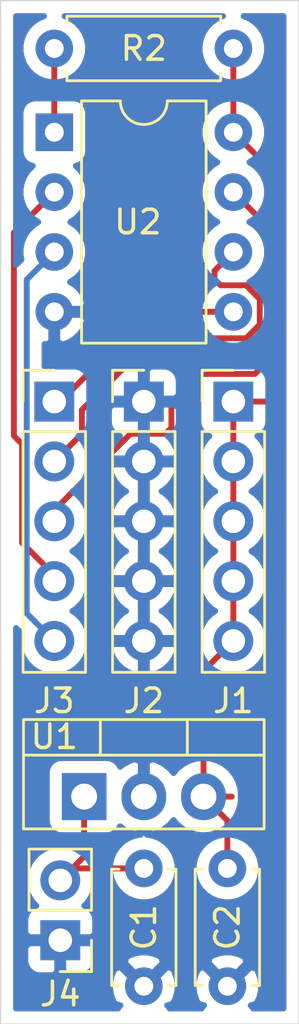
<source format=kicad_pcb>
(kicad_pcb (version 20171130) (host pcbnew 5.1.6+dfsg1-1)

  (general
    (thickness 1.6)
    (drawings 4)
    (tracks 53)
    (zones 0)
    (modules 9)
    (nets 10)
  )

  (page A4)
  (layers
    (0 F.Cu signal)
    (31 B.Cu signal)
    (32 B.Adhes user)
    (33 F.Adhes user)
    (34 B.Paste user)
    (35 F.Paste user)
    (36 B.SilkS user)
    (37 F.SilkS user)
    (38 B.Mask user)
    (39 F.Mask user)
    (40 Dwgs.User user)
    (41 Cmts.User user)
    (42 Eco1.User user)
    (43 Eco2.User user)
    (44 Edge.Cuts user)
    (45 Margin user)
    (46 B.CrtYd user)
    (47 F.CrtYd user)
    (48 B.Fab user)
    (49 F.Fab user)
  )

  (setup
    (last_trace_width 0.25)
    (trace_clearance 0.2)
    (zone_clearance 0.508)
    (zone_45_only no)
    (trace_min 0.2)
    (via_size 0.8)
    (via_drill 0.4)
    (via_min_size 0.508)
    (via_min_drill 0.254)
    (uvia_size 0.3)
    (uvia_drill 0.1)
    (uvias_allowed no)
    (uvia_min_size 0.2)
    (uvia_min_drill 0.1)
    (edge_width 0.05)
    (segment_width 0.2)
    (pcb_text_width 0.3)
    (pcb_text_size 1.5 1.5)
    (mod_edge_width 0.12)
    (mod_text_size 1 1)
    (mod_text_width 0.15)
    (pad_size 1.524 1.524)
    (pad_drill 0.762)
    (pad_to_mask_clearance 0.0508)
    (aux_axis_origin 0 0)
    (visible_elements FFFFFF7F)
    (pcbplotparams
      (layerselection 0x010fc_ffffffff)
      (usegerberextensions false)
      (usegerberattributes true)
      (usegerberadvancedattributes true)
      (creategerberjobfile true)
      (excludeedgelayer true)
      (linewidth 0.100000)
      (plotframeref false)
      (viasonmask false)
      (mode 1)
      (useauxorigin false)
      (hpglpennumber 1)
      (hpglpenspeed 20)
      (hpglpendiameter 15.000000)
      (psnegative false)
      (psa4output false)
      (plotreference true)
      (plotvalue true)
      (plotinvisibletext false)
      (padsonsilk false)
      (subtractmaskfromsilk false)
      (outputformat 1)
      (mirror false)
      (drillshape 1)
      (scaleselection 1)
      (outputdirectory ""))
  )

  (net 0 "")
  (net 1 VCC)
  (net 2 GND)
  (net 3 "Net-(C2-Pad1)")
  (net 4 "Net-(J3-Pad1)")
  (net 5 "Net-(J3-Pad2)")
  (net 6 "Net-(J3-Pad3)")
  (net 7 "Net-(J3-Pad4)")
  (net 8 "Net-(J3-Pad5)")
  (net 9 "Net-(R2-Pad2)")

  (net_class Default "This is the default net class."
    (clearance 0.2)
    (trace_width 0.25)
    (via_dia 0.8)
    (via_drill 0.4)
    (uvia_dia 0.3)
    (uvia_drill 0.1)
    (add_net GND)
    (add_net "Net-(C2-Pad1)")
    (add_net "Net-(J3-Pad1)")
    (add_net "Net-(J3-Pad2)")
    (add_net "Net-(J3-Pad3)")
    (add_net "Net-(J3-Pad4)")
    (add_net "Net-(J3-Pad5)")
    (add_net "Net-(R2-Pad2)")
    (add_net VCC)
  )

  (module Capacitor_THT:C_Disc_D4.7mm_W2.5mm_P5.00mm (layer F.Cu) (tedit 5AE50EF0) (tstamp 5ECF2234)
    (at 169.926 103.886 270)
    (descr "C, Disc series, Radial, pin pitch=5.00mm, , diameter*width=4.7*2.5mm^2, Capacitor, http://www.vishay.com/docs/45233/krseries.pdf")
    (tags "C Disc series Radial pin pitch 5.00mm  diameter 4.7mm width 2.5mm Capacitor")
    (path /5ECECADD)
    (fp_text reference C2 (at 2.5 0 90) (layer F.SilkS)
      (effects (font (size 1 1) (thickness 0.15)))
    )
    (fp_text value 0.1uF (at 2.286 -2.032 90) (layer F.Fab)
      (effects (font (size 1 1) (thickness 0.15)))
    )
    (fp_line (start 6.05 -1.5) (end -1.05 -1.5) (layer F.CrtYd) (width 0.05))
    (fp_line (start 6.05 1.5) (end 6.05 -1.5) (layer F.CrtYd) (width 0.05))
    (fp_line (start -1.05 1.5) (end 6.05 1.5) (layer F.CrtYd) (width 0.05))
    (fp_line (start -1.05 -1.5) (end -1.05 1.5) (layer F.CrtYd) (width 0.05))
    (fp_line (start 4.97 1.055) (end 4.97 1.37) (layer F.SilkS) (width 0.12))
    (fp_line (start 4.97 -1.37) (end 4.97 -1.055) (layer F.SilkS) (width 0.12))
    (fp_line (start 0.03 1.055) (end 0.03 1.37) (layer F.SilkS) (width 0.12))
    (fp_line (start 0.03 -1.37) (end 0.03 -1.055) (layer F.SilkS) (width 0.12))
    (fp_line (start 0.03 1.37) (end 4.97 1.37) (layer F.SilkS) (width 0.12))
    (fp_line (start 0.03 -1.37) (end 4.97 -1.37) (layer F.SilkS) (width 0.12))
    (fp_line (start 4.85 -1.25) (end 0.15 -1.25) (layer F.Fab) (width 0.1))
    (fp_line (start 4.85 1.25) (end 4.85 -1.25) (layer F.Fab) (width 0.1))
    (fp_line (start 0.15 1.25) (end 4.85 1.25) (layer F.Fab) (width 0.1))
    (fp_line (start 0.15 -1.25) (end 0.15 1.25) (layer F.Fab) (width 0.1))
    (fp_text user %R (at 2.5 0 90) (layer F.Fab)
      (effects (font (size 0.94 0.94) (thickness 0.141)))
    )
    (pad 2 thru_hole circle (at 5 0 270) (size 1.6 1.6) (drill 0.8) (layers *.Cu *.Mask)
      (net 2 GND))
    (pad 1 thru_hole circle (at 0 0 270) (size 1.6 1.6) (drill 0.8) (layers *.Cu *.Mask)
      (net 3 "Net-(C2-Pad1)"))
    (model ${KISYS3DMOD}/Capacitor_THT.3dshapes/C_Disc_D4.7mm_W2.5mm_P5.00mm.wrl
      (at (xyz 0 0 0))
      (scale (xyz 1 1 1))
      (rotate (xyz 0 0 0))
    )
  )

  (module Capacitor_THT:C_Disc_D4.7mm_W2.5mm_P5.00mm (layer F.Cu) (tedit 5AE50EF0) (tstamp 5ECF221F)
    (at 166.37 103.886 270)
    (descr "C, Disc series, Radial, pin pitch=5.00mm, , diameter*width=4.7*2.5mm^2, Capacitor, http://www.vishay.com/docs/45233/krseries.pdf")
    (tags "C Disc series Radial pin pitch 5.00mm  diameter 4.7mm width 2.5mm Capacitor")
    (path /5ECEC660)
    (fp_text reference C1 (at 2.5 0 90) (layer F.SilkS)
      (effects (font (size 1 1) (thickness 0.15)))
    )
    (fp_text value 0.33uF (at 2.286 -2.032 90) (layer F.Fab)
      (effects (font (size 1 1) (thickness 0.15)))
    )
    (fp_line (start 0.15 -1.25) (end 0.15 1.25) (layer F.Fab) (width 0.1))
    (fp_line (start 0.15 1.25) (end 4.85 1.25) (layer F.Fab) (width 0.1))
    (fp_line (start 4.85 1.25) (end 4.85 -1.25) (layer F.Fab) (width 0.1))
    (fp_line (start 4.85 -1.25) (end 0.15 -1.25) (layer F.Fab) (width 0.1))
    (fp_line (start 0.03 -1.37) (end 4.97 -1.37) (layer F.SilkS) (width 0.12))
    (fp_line (start 0.03 1.37) (end 4.97 1.37) (layer F.SilkS) (width 0.12))
    (fp_line (start 0.03 -1.37) (end 0.03 -1.055) (layer F.SilkS) (width 0.12))
    (fp_line (start 0.03 1.055) (end 0.03 1.37) (layer F.SilkS) (width 0.12))
    (fp_line (start 4.97 -1.37) (end 4.97 -1.055) (layer F.SilkS) (width 0.12))
    (fp_line (start 4.97 1.055) (end 4.97 1.37) (layer F.SilkS) (width 0.12))
    (fp_line (start -1.05 -1.5) (end -1.05 1.5) (layer F.CrtYd) (width 0.05))
    (fp_line (start -1.05 1.5) (end 6.05 1.5) (layer F.CrtYd) (width 0.05))
    (fp_line (start 6.05 1.5) (end 6.05 -1.5) (layer F.CrtYd) (width 0.05))
    (fp_line (start 6.05 -1.5) (end -1.05 -1.5) (layer F.CrtYd) (width 0.05))
    (fp_text user %R (at 2.5 0 90) (layer F.Fab)
      (effects (font (size 0.94 0.94) (thickness 0.141)))
    )
    (pad 1 thru_hole circle (at 0 0 270) (size 1.6 1.6) (drill 0.8) (layers *.Cu *.Mask)
      (net 1 VCC))
    (pad 2 thru_hole circle (at 5 0 270) (size 1.6 1.6) (drill 0.8) (layers *.Cu *.Mask)
      (net 2 GND))
    (model ${KISYS3DMOD}/Capacitor_THT.3dshapes/C_Disc_D4.7mm_W2.5mm_P5.00mm.wrl
      (at (xyz 0 0 0))
      (scale (xyz 1 1 1))
      (rotate (xyz 0 0 0))
    )
  )

  (module Connector_PinHeader_2.54mm:PinHeader_1x02_P2.54mm_Vertical (layer F.Cu) (tedit 59FED5CC) (tstamp 5ECF339B)
    (at 162.814 106.934 180)
    (descr "Through hole straight pin header, 1x02, 2.54mm pitch, single row")
    (tags "Through hole pin header THT 1x02 2.54mm single row")
    (path /5ED46EC3)
    (fp_text reference J4 (at 0 -2.286) (layer F.SilkS)
      (effects (font (size 1 1) (thickness 0.15)))
    )
    (fp_text value Power (at 0 4.87) (layer F.Fab)
      (effects (font (size 1 1) (thickness 0.15)))
    )
    (fp_line (start -0.635 -1.27) (end 1.27 -1.27) (layer F.Fab) (width 0.1))
    (fp_line (start 1.27 -1.27) (end 1.27 3.81) (layer F.Fab) (width 0.1))
    (fp_line (start 1.27 3.81) (end -1.27 3.81) (layer F.Fab) (width 0.1))
    (fp_line (start -1.27 3.81) (end -1.27 -0.635) (layer F.Fab) (width 0.1))
    (fp_line (start -1.27 -0.635) (end -0.635 -1.27) (layer F.Fab) (width 0.1))
    (fp_line (start -1.33 3.87) (end 1.33 3.87) (layer F.SilkS) (width 0.12))
    (fp_line (start -1.33 1.27) (end -1.33 3.87) (layer F.SilkS) (width 0.12))
    (fp_line (start 1.33 1.27) (end 1.33 3.87) (layer F.SilkS) (width 0.12))
    (fp_line (start -1.33 1.27) (end 1.33 1.27) (layer F.SilkS) (width 0.12))
    (fp_line (start -1.33 0) (end -1.33 -1.33) (layer F.SilkS) (width 0.12))
    (fp_line (start -1.33 -1.33) (end 0 -1.33) (layer F.SilkS) (width 0.12))
    (fp_line (start -1.8 -1.8) (end -1.8 4.35) (layer F.CrtYd) (width 0.05))
    (fp_line (start -1.8 4.35) (end 1.8 4.35) (layer F.CrtYd) (width 0.05))
    (fp_line (start 1.8 4.35) (end 1.8 -1.8) (layer F.CrtYd) (width 0.05))
    (fp_line (start 1.8 -1.8) (end -1.8 -1.8) (layer F.CrtYd) (width 0.05))
    (fp_text user %R (at 0 1.27 90) (layer F.Fab)
      (effects (font (size 1 1) (thickness 0.15)))
    )
    (pad 1 thru_hole rect (at 0 0 180) (size 1.7 1.7) (drill 1) (layers *.Cu *.Mask)
      (net 2 GND))
    (pad 2 thru_hole oval (at 0 2.54 180) (size 1.7 1.7) (drill 1) (layers *.Cu *.Mask)
      (net 1 VCC))
    (model ${KISYS3DMOD}/Connector_PinHeader_2.54mm.3dshapes/PinHeader_1x02_P2.54mm_Vertical.wrl
      (at (xyz 0 0 0))
      (scale (xyz 1 1 1))
      (rotate (xyz 0 0 0))
    )
  )

  (module Package_DIP:DIP-8_W7.62mm (layer F.Cu) (tedit 5A02E8C5) (tstamp 5ECF2314)
    (at 162.56 72.644)
    (descr "8-lead though-hole mounted DIP package, row spacing 7.62 mm (300 mils)")
    (tags "THT DIP DIL PDIP 2.54mm 7.62mm 300mil")
    (path /5ECEAEF4)
    (fp_text reference U2 (at 3.556 3.81) (layer F.SilkS)
      (effects (font (size 1 1) (thickness 0.15)))
    )
    (fp_text value ATtiny85-20PU (at 4.064 3.81 90) (layer F.Fab)
      (effects (font (size 1 1) (thickness 0.15)))
    )
    (fp_line (start 1.635 -1.27) (end 6.985 -1.27) (layer F.Fab) (width 0.1))
    (fp_line (start 6.985 -1.27) (end 6.985 8.89) (layer F.Fab) (width 0.1))
    (fp_line (start 6.985 8.89) (end 0.635 8.89) (layer F.Fab) (width 0.1))
    (fp_line (start 0.635 8.89) (end 0.635 -0.27) (layer F.Fab) (width 0.1))
    (fp_line (start 0.635 -0.27) (end 1.635 -1.27) (layer F.Fab) (width 0.1))
    (fp_line (start 2.81 -1.33) (end 1.16 -1.33) (layer F.SilkS) (width 0.12))
    (fp_line (start 1.16 -1.33) (end 1.16 8.95) (layer F.SilkS) (width 0.12))
    (fp_line (start 1.16 8.95) (end 6.46 8.95) (layer F.SilkS) (width 0.12))
    (fp_line (start 6.46 8.95) (end 6.46 -1.33) (layer F.SilkS) (width 0.12))
    (fp_line (start 6.46 -1.33) (end 4.81 -1.33) (layer F.SilkS) (width 0.12))
    (fp_line (start -1.1 -1.55) (end -1.1 9.15) (layer F.CrtYd) (width 0.05))
    (fp_line (start -1.1 9.15) (end 8.7 9.15) (layer F.CrtYd) (width 0.05))
    (fp_line (start 8.7 9.15) (end 8.7 -1.55) (layer F.CrtYd) (width 0.05))
    (fp_line (start 8.7 -1.55) (end -1.1 -1.55) (layer F.CrtYd) (width 0.05))
    (fp_arc (start 3.81 -1.33) (end 2.81 -1.33) (angle -180) (layer F.SilkS) (width 0.12))
    (pad 1 thru_hole rect (at 0 0) (size 1.6 1.6) (drill 0.8) (layers *.Cu *.Mask)
      (net 9 "Net-(R2-Pad2)"))
    (pad 5 thru_hole oval (at 7.62 7.62) (size 1.6 1.6) (drill 0.8) (layers *.Cu *.Mask)
      (net 4 "Net-(J3-Pad1)"))
    (pad 2 thru_hole oval (at 0 2.54) (size 1.6 1.6) (drill 0.8) (layers *.Cu *.Mask)
      (net 7 "Net-(J3-Pad4)"))
    (pad 6 thru_hole oval (at 7.62 5.08) (size 1.6 1.6) (drill 0.8) (layers *.Cu *.Mask)
      (net 5 "Net-(J3-Pad2)"))
    (pad 3 thru_hole oval (at 0 5.08) (size 1.6 1.6) (drill 0.8) (layers *.Cu *.Mask)
      (net 8 "Net-(J3-Pad5)"))
    (pad 7 thru_hole oval (at 7.62 2.54) (size 1.6 1.6) (drill 0.8) (layers *.Cu *.Mask)
      (net 6 "Net-(J3-Pad3)"))
    (pad 4 thru_hole oval (at 0 7.62) (size 1.6 1.6) (drill 0.8) (layers *.Cu *.Mask)
      (net 2 GND))
    (pad 8 thru_hole oval (at 7.62 0) (size 1.6 1.6) (drill 0.8) (layers *.Cu *.Mask)
      (net 3 "Net-(C2-Pad1)"))
    (model ${KISYS3DMOD}/Package_DIP.3dshapes/DIP-8_W7.62mm.wrl
      (at (xyz 0 0 0))
      (scale (xyz 1 1 1))
      (rotate (xyz 0 0 0))
    )
  )

  (module Package_TO_SOT_THT:TO-220-3_Vertical (layer F.Cu) (tedit 5AC8BA0D) (tstamp 5ECF22F8)
    (at 163.83 100.838)
    (descr "TO-220-3, Vertical, RM 2.54mm, see https://www.vishay.com/docs/66542/to-220-1.pdf")
    (tags "TO-220-3 Vertical RM 2.54mm")
    (path /5ECEA51E)
    (fp_text reference U1 (at -1.27 -2.54) (layer F.SilkS)
      (effects (font (size 1 1) (thickness 0.15)))
    )
    (fp_text value L7805 (at 2.286 -2.54) (layer F.Fab)
      (effects (font (size 1 1) (thickness 0.15)))
    )
    (fp_line (start -2.46 -3.15) (end -2.46 1.25) (layer F.Fab) (width 0.1))
    (fp_line (start -2.46 1.25) (end 7.54 1.25) (layer F.Fab) (width 0.1))
    (fp_line (start 7.54 1.25) (end 7.54 -3.15) (layer F.Fab) (width 0.1))
    (fp_line (start 7.54 -3.15) (end -2.46 -3.15) (layer F.Fab) (width 0.1))
    (fp_line (start -2.46 -1.88) (end 7.54 -1.88) (layer F.Fab) (width 0.1))
    (fp_line (start 0.69 -3.15) (end 0.69 -1.88) (layer F.Fab) (width 0.1))
    (fp_line (start 4.39 -3.15) (end 4.39 -1.88) (layer F.Fab) (width 0.1))
    (fp_line (start -2.58 -3.27) (end 7.66 -3.27) (layer F.SilkS) (width 0.12))
    (fp_line (start -2.58 1.371) (end 7.66 1.371) (layer F.SilkS) (width 0.12))
    (fp_line (start -2.58 -3.27) (end -2.58 1.371) (layer F.SilkS) (width 0.12))
    (fp_line (start 7.66 -3.27) (end 7.66 1.371) (layer F.SilkS) (width 0.12))
    (fp_line (start -2.58 -1.76) (end 7.66 -1.76) (layer F.SilkS) (width 0.12))
    (fp_line (start 0.69 -3.27) (end 0.69 -1.76) (layer F.SilkS) (width 0.12))
    (fp_line (start 4.391 -3.27) (end 4.391 -1.76) (layer F.SilkS) (width 0.12))
    (fp_line (start -2.71 -3.4) (end -2.71 1.51) (layer F.CrtYd) (width 0.05))
    (fp_line (start -2.71 1.51) (end 7.79 1.51) (layer F.CrtYd) (width 0.05))
    (fp_line (start 7.79 1.51) (end 7.79 -3.4) (layer F.CrtYd) (width 0.05))
    (fp_line (start 7.79 -3.4) (end -2.71 -3.4) (layer F.CrtYd) (width 0.05))
    (fp_text user %R (at 2.54 -4.27) (layer F.Fab)
      (effects (font (size 1 1) (thickness 0.15)))
    )
    (pad 1 thru_hole rect (at 0 0) (size 1.905 2) (drill 1.1) (layers *.Cu *.Mask)
      (net 1 VCC))
    (pad 2 thru_hole oval (at 2.54 0) (size 1.905 2) (drill 1.1) (layers *.Cu *.Mask)
      (net 2 GND))
    (pad 3 thru_hole oval (at 5.08 0) (size 1.905 2) (drill 1.1) (layers *.Cu *.Mask)
      (net 3 "Net-(C2-Pad1)"))
    (model ${KISYS3DMOD}/Package_TO_SOT_THT.3dshapes/TO-220-3_Vertical.wrl
      (at (xyz 0 0 0))
      (scale (xyz 1 1 1))
      (rotate (xyz 0 0 0))
    )
  )

  (module Connector_PinHeader_2.54mm:PinHeader_1x05_P2.54mm_Vertical (layer F.Cu) (tedit 59FED5CC) (tstamp 5ECF225F)
    (at 170.18 84.074)
    (descr "Through hole straight pin header, 1x05, 2.54mm pitch, single row")
    (tags "Through hole pin header THT 1x05 2.54mm single row")
    (path /5ED2BBB8)
    (fp_text reference J1 (at 0 12.7) (layer F.SilkS)
      (effects (font (size 1 1) (thickness 0.15)))
    )
    (fp_text value 5v (at 0 12.49) (layer F.Fab)
      (effects (font (size 1 1) (thickness 0.15)))
    )
    (fp_line (start -0.635 -1.27) (end 1.27 -1.27) (layer F.Fab) (width 0.1))
    (fp_line (start 1.27 -1.27) (end 1.27 11.43) (layer F.Fab) (width 0.1))
    (fp_line (start 1.27 11.43) (end -1.27 11.43) (layer F.Fab) (width 0.1))
    (fp_line (start -1.27 11.43) (end -1.27 -0.635) (layer F.Fab) (width 0.1))
    (fp_line (start -1.27 -0.635) (end -0.635 -1.27) (layer F.Fab) (width 0.1))
    (fp_line (start -1.33 11.49) (end 1.33 11.49) (layer F.SilkS) (width 0.12))
    (fp_line (start -1.33 1.27) (end -1.33 11.49) (layer F.SilkS) (width 0.12))
    (fp_line (start 1.33 1.27) (end 1.33 11.49) (layer F.SilkS) (width 0.12))
    (fp_line (start -1.33 1.27) (end 1.33 1.27) (layer F.SilkS) (width 0.12))
    (fp_line (start -1.33 0) (end -1.33 -1.33) (layer F.SilkS) (width 0.12))
    (fp_line (start -1.33 -1.33) (end 0 -1.33) (layer F.SilkS) (width 0.12))
    (fp_line (start -1.8 -1.8) (end -1.8 11.95) (layer F.CrtYd) (width 0.05))
    (fp_line (start -1.8 11.95) (end 1.8 11.95) (layer F.CrtYd) (width 0.05))
    (fp_line (start 1.8 11.95) (end 1.8 -1.8) (layer F.CrtYd) (width 0.05))
    (fp_line (start 1.8 -1.8) (end -1.8 -1.8) (layer F.CrtYd) (width 0.05))
    (fp_text user %R (at 0 5.08 90) (layer F.Fab)
      (effects (font (size 1 1) (thickness 0.15)))
    )
    (pad 1 thru_hole rect (at 0 0) (size 1.7 1.7) (drill 1) (layers *.Cu *.Mask)
      (net 3 "Net-(C2-Pad1)"))
    (pad 2 thru_hole oval (at 0 2.54) (size 1.7 1.7) (drill 1) (layers *.Cu *.Mask)
      (net 3 "Net-(C2-Pad1)"))
    (pad 3 thru_hole oval (at 0 5.08) (size 1.7 1.7) (drill 1) (layers *.Cu *.Mask)
      (net 3 "Net-(C2-Pad1)"))
    (pad 4 thru_hole oval (at 0 7.62) (size 1.7 1.7) (drill 1) (layers *.Cu *.Mask)
      (net 3 "Net-(C2-Pad1)"))
    (pad 5 thru_hole oval (at 0 10.16) (size 1.7 1.7) (drill 1) (layers *.Cu *.Mask)
      (net 3 "Net-(C2-Pad1)"))
    (model ${KISYS3DMOD}/Connector_PinHeader_2.54mm.3dshapes/PinHeader_1x05_P2.54mm_Vertical.wrl
      (at (xyz 0 0 0))
      (scale (xyz 1 1 1))
      (rotate (xyz 0 0 0))
    )
  )

  (module Connector_PinHeader_2.54mm:PinHeader_1x05_P2.54mm_Vertical (layer F.Cu) (tedit 59FED5CC) (tstamp 5ECF2278)
    (at 166.37 84.074)
    (descr "Through hole straight pin header, 1x05, 2.54mm pitch, single row")
    (tags "Through hole pin header THT 1x05 2.54mm single row")
    (path /5ED27EBA)
    (fp_text reference J2 (at 0 12.7) (layer F.SilkS)
      (effects (font (size 1 1) (thickness 0.15)))
    )
    (fp_text value GND (at 0 12.49) (layer F.Fab)
      (effects (font (size 1 1) (thickness 0.15)))
    )
    (fp_line (start 1.8 -1.8) (end -1.8 -1.8) (layer F.CrtYd) (width 0.05))
    (fp_line (start 1.8 11.95) (end 1.8 -1.8) (layer F.CrtYd) (width 0.05))
    (fp_line (start -1.8 11.95) (end 1.8 11.95) (layer F.CrtYd) (width 0.05))
    (fp_line (start -1.8 -1.8) (end -1.8 11.95) (layer F.CrtYd) (width 0.05))
    (fp_line (start -1.33 -1.33) (end 0 -1.33) (layer F.SilkS) (width 0.12))
    (fp_line (start -1.33 0) (end -1.33 -1.33) (layer F.SilkS) (width 0.12))
    (fp_line (start -1.33 1.27) (end 1.33 1.27) (layer F.SilkS) (width 0.12))
    (fp_line (start 1.33 1.27) (end 1.33 11.49) (layer F.SilkS) (width 0.12))
    (fp_line (start -1.33 1.27) (end -1.33 11.49) (layer F.SilkS) (width 0.12))
    (fp_line (start -1.33 11.49) (end 1.33 11.49) (layer F.SilkS) (width 0.12))
    (fp_line (start -1.27 -0.635) (end -0.635 -1.27) (layer F.Fab) (width 0.1))
    (fp_line (start -1.27 11.43) (end -1.27 -0.635) (layer F.Fab) (width 0.1))
    (fp_line (start 1.27 11.43) (end -1.27 11.43) (layer F.Fab) (width 0.1))
    (fp_line (start 1.27 -1.27) (end 1.27 11.43) (layer F.Fab) (width 0.1))
    (fp_line (start -0.635 -1.27) (end 1.27 -1.27) (layer F.Fab) (width 0.1))
    (fp_text user %R (at 0 5.08 90) (layer F.Fab)
      (effects (font (size 1 1) (thickness 0.15)))
    )
    (pad 5 thru_hole oval (at 0 10.16) (size 1.7 1.7) (drill 1) (layers *.Cu *.Mask)
      (net 2 GND))
    (pad 4 thru_hole oval (at 0 7.62) (size 1.7 1.7) (drill 1) (layers *.Cu *.Mask)
      (net 2 GND))
    (pad 3 thru_hole oval (at 0 5.08) (size 1.7 1.7) (drill 1) (layers *.Cu *.Mask)
      (net 2 GND))
    (pad 2 thru_hole oval (at 0 2.54) (size 1.7 1.7) (drill 1) (layers *.Cu *.Mask)
      (net 2 GND))
    (pad 1 thru_hole rect (at 0 0) (size 1.7 1.7) (drill 1) (layers *.Cu *.Mask)
      (net 2 GND))
    (model ${KISYS3DMOD}/Connector_PinHeader_2.54mm.3dshapes/PinHeader_1x05_P2.54mm_Vertical.wrl
      (at (xyz 0 0 0))
      (scale (xyz 1 1 1))
      (rotate (xyz 0 0 0))
    )
  )

  (module Connector_PinHeader_2.54mm:PinHeader_1x05_P2.54mm_Vertical (layer F.Cu) (tedit 59FED5CC) (tstamp 5ECF2291)
    (at 162.56 84.074)
    (descr "Through hole straight pin header, 1x05, 2.54mm pitch, single row")
    (tags "Through hole pin header THT 1x05 2.54mm single row")
    (path /5ED0B265)
    (fp_text reference J3 (at 0 12.7) (layer F.SilkS)
      (effects (font (size 1 1) (thickness 0.15)))
    )
    (fp_text value GPIO (at 0 12.49) (layer F.Fab)
      (effects (font (size 1 1) (thickness 0.15)))
    )
    (fp_line (start -0.635 -1.27) (end 1.27 -1.27) (layer F.Fab) (width 0.1))
    (fp_line (start 1.27 -1.27) (end 1.27 11.43) (layer F.Fab) (width 0.1))
    (fp_line (start 1.27 11.43) (end -1.27 11.43) (layer F.Fab) (width 0.1))
    (fp_line (start -1.27 11.43) (end -1.27 -0.635) (layer F.Fab) (width 0.1))
    (fp_line (start -1.27 -0.635) (end -0.635 -1.27) (layer F.Fab) (width 0.1))
    (fp_line (start -1.33 11.49) (end 1.33 11.49) (layer F.SilkS) (width 0.12))
    (fp_line (start -1.33 1.27) (end -1.33 11.49) (layer F.SilkS) (width 0.12))
    (fp_line (start 1.33 1.27) (end 1.33 11.49) (layer F.SilkS) (width 0.12))
    (fp_line (start -1.33 1.27) (end 1.33 1.27) (layer F.SilkS) (width 0.12))
    (fp_line (start -1.33 0) (end -1.33 -1.33) (layer F.SilkS) (width 0.12))
    (fp_line (start -1.33 -1.33) (end 0 -1.33) (layer F.SilkS) (width 0.12))
    (fp_line (start -1.8 -1.8) (end -1.8 11.95) (layer F.CrtYd) (width 0.05))
    (fp_line (start -1.8 11.95) (end 1.8 11.95) (layer F.CrtYd) (width 0.05))
    (fp_line (start 1.8 11.95) (end 1.8 -1.8) (layer F.CrtYd) (width 0.05))
    (fp_line (start 1.8 -1.8) (end -1.8 -1.8) (layer F.CrtYd) (width 0.05))
    (fp_text user %R (at 0 5.08 90) (layer F.Fab)
      (effects (font (size 1 1) (thickness 0.15)))
    )
    (pad 1 thru_hole rect (at 0 0) (size 1.7 1.7) (drill 1) (layers *.Cu *.Mask)
      (net 4 "Net-(J3-Pad1)"))
    (pad 2 thru_hole oval (at 0 2.54) (size 1.7 1.7) (drill 1) (layers *.Cu *.Mask)
      (net 5 "Net-(J3-Pad2)"))
    (pad 3 thru_hole oval (at 0 5.08) (size 1.7 1.7) (drill 1) (layers *.Cu *.Mask)
      (net 6 "Net-(J3-Pad3)"))
    (pad 4 thru_hole oval (at 0 7.62) (size 1.7 1.7) (drill 1) (layers *.Cu *.Mask)
      (net 7 "Net-(J3-Pad4)"))
    (pad 5 thru_hole oval (at 0 10.16) (size 1.7 1.7) (drill 1) (layers *.Cu *.Mask)
      (net 8 "Net-(J3-Pad5)"))
    (model ${KISYS3DMOD}/Connector_PinHeader_2.54mm.3dshapes/PinHeader_1x05_P2.54mm_Vertical.wrl
      (at (xyz 0 0 0))
      (scale (xyz 1 1 1))
      (rotate (xyz 0 0 0))
    )
  )

  (module Resistor_THT:R_Axial_DIN0207_L6.3mm_D2.5mm_P7.62mm_Horizontal (layer F.Cu) (tedit 5AE5139B) (tstamp 5ECF22BF)
    (at 170.18 69.088 180)
    (descr "Resistor, Axial_DIN0207 series, Axial, Horizontal, pin pitch=7.62mm, 0.25W = 1/4W, length*diameter=6.3*2.5mm^2, http://cdn-reichelt.de/documents/datenblatt/B400/1_4W%23YAG.pdf")
    (tags "Resistor Axial_DIN0207 series Axial Horizontal pin pitch 7.62mm 0.25W = 1/4W length 6.3mm diameter 2.5mm")
    (path /5ECED0A5)
    (fp_text reference R2 (at 3.81 0) (layer F.SilkS)
      (effects (font (size 1 1) (thickness 0.15)))
    )
    (fp_text value 10K (at 2.794 0) (layer F.Fab)
      (effects (font (size 1 1) (thickness 0.15)))
    )
    (fp_line (start 0.66 -1.25) (end 0.66 1.25) (layer F.Fab) (width 0.1))
    (fp_line (start 0.66 1.25) (end 6.96 1.25) (layer F.Fab) (width 0.1))
    (fp_line (start 6.96 1.25) (end 6.96 -1.25) (layer F.Fab) (width 0.1))
    (fp_line (start 6.96 -1.25) (end 0.66 -1.25) (layer F.Fab) (width 0.1))
    (fp_line (start 0 0) (end 0.66 0) (layer F.Fab) (width 0.1))
    (fp_line (start 7.62 0) (end 6.96 0) (layer F.Fab) (width 0.1))
    (fp_line (start 0.54 -1.04) (end 0.54 -1.37) (layer F.SilkS) (width 0.12))
    (fp_line (start 0.54 -1.37) (end 7.08 -1.37) (layer F.SilkS) (width 0.12))
    (fp_line (start 7.08 -1.37) (end 7.08 -1.04) (layer F.SilkS) (width 0.12))
    (fp_line (start 0.54 1.04) (end 0.54 1.37) (layer F.SilkS) (width 0.12))
    (fp_line (start 0.54 1.37) (end 7.08 1.37) (layer F.SilkS) (width 0.12))
    (fp_line (start 7.08 1.37) (end 7.08 1.04) (layer F.SilkS) (width 0.12))
    (fp_line (start -1.05 -1.5) (end -1.05 1.5) (layer F.CrtYd) (width 0.05))
    (fp_line (start -1.05 1.5) (end 8.67 1.5) (layer F.CrtYd) (width 0.05))
    (fp_line (start 8.67 1.5) (end 8.67 -1.5) (layer F.CrtYd) (width 0.05))
    (fp_line (start 8.67 -1.5) (end -1.05 -1.5) (layer F.CrtYd) (width 0.05))
    (fp_text user %R (at 5.334 0 180) (layer F.Fab)
      (effects (font (size 1 1) (thickness 0.15)))
    )
    (pad 1 thru_hole circle (at 0 0 180) (size 1.6 1.6) (drill 0.8) (layers *.Cu *.Mask)
      (net 3 "Net-(C2-Pad1)"))
    (pad 2 thru_hole oval (at 7.62 0 180) (size 1.6 1.6) (drill 0.8) (layers *.Cu *.Mask)
      (net 9 "Net-(R2-Pad2)"))
    (model ${KISYS3DMOD}/Resistor_THT.3dshapes/R_Axial_DIN0207_L6.3mm_D2.5mm_P7.62mm_Horizontal.wrl
      (at (xyz 0 0 0))
      (scale (xyz 1 1 1))
      (rotate (xyz 0 0 0))
    )
  )

  (gr_line (start 160.274 110.49) (end 160.274 67.056) (layer Edge.Cuts) (width 0.05) (tstamp 5ECFE137))
  (gr_line (start 172.974 110.49) (end 160.274 110.49) (layer Edge.Cuts) (width 0.05))
  (gr_line (start 172.974 67.056) (end 172.974 110.49) (layer Edge.Cuts) (width 0.05))
  (gr_line (start 160.274 67.056) (end 172.974 67.056) (layer Edge.Cuts) (width 0.05))

  (segment (start 163.18337 104.394) (end 162.814 104.394) (width 0.25) (layer F.Cu) (net 1))
  (segment (start 163.83 103.378) (end 162.814 104.394) (width 0.25) (layer F.Cu) (net 1))
  (segment (start 163.83 100.838) (end 163.83 103.378) (width 0.25) (layer F.Cu) (net 1))
  (segment (start 163.322 103.886) (end 162.814 104.394) (width 0.25) (layer F.Cu) (net 1))
  (segment (start 166.37 103.886) (end 163.322 103.886) (width 0.25) (layer F.Cu) (net 1))
  (segment (start 170.18 69.088) (end 170.18 72.644) (width 0.25) (layer F.Cu) (net 3))
  (segment (start 169.926 101.854) (end 168.91 100.838) (width 0.25) (layer F.Cu) (net 3))
  (segment (start 169.926 103.886) (end 169.926 101.854) (width 0.25) (layer F.Cu) (net 3))
  (segment (start 170.979999 73.443999) (end 170.18 72.644) (width 0.25) (layer F.Cu) (net 3))
  (segment (start 172.205023 74.669023) (end 170.979999 73.443999) (width 0.25) (layer F.Cu) (net 3))
  (segment (start 168.91 100.838) (end 170.1125 100.838) (width 0.25) (layer F.Cu) (net 3))
  (segment (start 168.91 95.504) (end 170.18 94.234) (width 0.25) (layer F.Cu) (net 3))
  (segment (start 168.91 100.838) (end 168.91 95.504) (width 0.25) (layer F.Cu) (net 3))
  (segment (start 170.18 94.234) (end 170.18 91.694) (width 0.25) (layer F.Cu) (net 3))
  (segment (start 170.18 91.694) (end 170.18 89.154) (width 0.25) (layer F.Cu) (net 3))
  (segment (start 170.18 84.074) (end 170.18 86.614) (width 0.25) (layer F.Cu) (net 3))
  (segment (start 170.18 89.154) (end 170.18 86.614) (width 0.25) (layer F.Cu) (net 3))
  (segment (start 171.704 84.074) (end 172.205023 83.572977) (width 0.25) (layer F.Cu) (net 3))
  (segment (start 170.18 84.074) (end 171.704 84.074) (width 0.25) (layer F.Cu) (net 3))
  (segment (start 172.205023 83.572977) (end 172.205023 74.669023) (width 0.25) (layer F.Cu) (net 3))
  (segment (start 166.624 80.264) (end 162.814 84.074) (width 0.25) (layer F.Cu) (net 4))
  (segment (start 170.18 80.264) (end 166.624 80.264) (width 0.25) (layer F.Cu) (net 4))
  (segment (start 170.720001 81.389001) (end 166.769997 81.389001) (width 0.25) (layer F.Cu) (net 5))
  (segment (start 171.305001 80.804001) (end 170.720001 81.389001) (width 0.25) (layer F.Cu) (net 5))
  (segment (start 171.305001 79.723999) (end 171.305001 80.804001) (width 0.25) (layer F.Cu) (net 5))
  (segment (start 170.720001 79.138999) (end 171.305001 79.723999) (width 0.25) (layer F.Cu) (net 5))
  (segment (start 169.639999 79.138999) (end 170.720001 79.138999) (width 0.25) (layer F.Cu) (net 5))
  (segment (start 169.380001 78.523999) (end 169.380001 78.879001) (width 0.25) (layer F.Cu) (net 5))
  (segment (start 170.18 77.724) (end 169.380001 78.523999) (width 0.25) (layer F.Cu) (net 5))
  (segment (start 163.735001 84.423997) (end 163.735001 85.438999) (width 0.25) (layer F.Cu) (net 5))
  (segment (start 166.769997 81.389001) (end 163.735001 84.423997) (width 0.25) (layer F.Cu) (net 5))
  (segment (start 169.380001 78.879001) (end 169.639999 79.138999) (width 0.25) (layer F.Cu) (net 5))
  (segment (start 163.735001 85.438999) (end 162.56 86.614) (width 0.25) (layer F.Cu) (net 5))
  (segment (start 171.755012 76.759012) (end 171.755012 82.244988) (width 0.25) (layer F.Cu) (net 6))
  (segment (start 168.815999 82.898999) (end 167.545001 84.169997) (width 0.25) (layer F.Cu) (net 6))
  (segment (start 170.18 75.184) (end 171.755012 76.759012) (width 0.25) (layer F.Cu) (net 6))
  (segment (start 167.545001 84.169997) (end 167.545001 85.184001) (width 0.25) (layer F.Cu) (net 6))
  (segment (start 165.805999 85.438999) (end 162.814 88.430998) (width 0.25) (layer F.Cu) (net 6))
  (segment (start 167.545001 85.184001) (end 167.290003 85.438999) (width 0.25) (layer F.Cu) (net 6))
  (segment (start 167.290003 85.438999) (end 165.805999 85.438999) (width 0.25) (layer F.Cu) (net 6))
  (segment (start 171.101001 82.898999) (end 168.815999 82.898999) (width 0.25) (layer F.Cu) (net 6))
  (segment (start 171.755012 82.244988) (end 171.101001 82.898999) (width 0.25) (layer F.Cu) (net 6))
  (segment (start 162.814 88.430998) (end 162.814 89.154) (width 0.25) (layer F.Cu) (net 6))
  (segment (start 161.188988 90.068988) (end 161.964001 90.844001) (width 0.25) (layer F.Cu) (net 7))
  (segment (start 162.56 75.184) (end 160.839989 76.904011) (width 0.25) (layer F.Cu) (net 7))
  (segment (start 160.839989 76.904011) (end 160.839989 85.5304) (width 0.25) (layer F.Cu) (net 7))
  (segment (start 160.839989 85.5304) (end 161.188988 85.879399) (width 0.25) (layer F.Cu) (net 7))
  (segment (start 161.188988 85.879399) (end 161.188988 90.068988) (width 0.25) (layer F.Cu) (net 7))
  (segment (start 161.964001 90.844001) (end 162.814 91.694) (width 0.25) (layer F.Cu) (net 7))
  (segment (start 161.384999 93.058999) (end 162.56 94.234) (width 0.25) (layer B.Cu) (net 8))
  (segment (start 161.384999 78.899001) (end 161.384999 93.058999) (width 0.25) (layer B.Cu) (net 8))
  (segment (start 162.56 77.724) (end 161.384999 78.899001) (width 0.25) (layer B.Cu) (net 8))
  (segment (start 162.56 72.644) (end 162.56 69.088) (width 0.25) (layer F.Cu) (net 9))

  (zone (net 2) (net_name GND) (layer B.Cu) (tstamp 5ECFE482) (hatch edge 0.508)
    (connect_pads (clearance 0.508))
    (min_thickness 0.254)
    (fill yes (arc_segments 32) (thermal_gap 0.508) (thermal_bridge_width 0.508))
    (polygon
      (pts
        (xy 172.974 110.49) (xy 160.528 110.49) (xy 160.274 67.056) (xy 172.974 67.056)
      )
    )
    (filled_polygon
      (pts
        (xy 161.880273 67.81632) (xy 161.645241 67.973363) (xy 161.445363 68.173241) (xy 161.28832 68.408273) (xy 161.180147 68.669426)
        (xy 161.125 68.946665) (xy 161.125 69.229335) (xy 161.180147 69.506574) (xy 161.28832 69.767727) (xy 161.445363 70.002759)
        (xy 161.645241 70.202637) (xy 161.880273 70.35968) (xy 162.141426 70.467853) (xy 162.418665 70.523) (xy 162.701335 70.523)
        (xy 162.978574 70.467853) (xy 163.239727 70.35968) (xy 163.474759 70.202637) (xy 163.674637 70.002759) (xy 163.83168 69.767727)
        (xy 163.939853 69.506574) (xy 163.995 69.229335) (xy 163.995 68.946665) (xy 163.939853 68.669426) (xy 163.83168 68.408273)
        (xy 163.674637 68.173241) (xy 163.474759 67.973363) (xy 163.239727 67.81632) (xy 162.997533 67.716) (xy 169.742467 67.716)
        (xy 169.500273 67.81632) (xy 169.265241 67.973363) (xy 169.065363 68.173241) (xy 168.90832 68.408273) (xy 168.800147 68.669426)
        (xy 168.745 68.946665) (xy 168.745 69.229335) (xy 168.800147 69.506574) (xy 168.90832 69.767727) (xy 169.065363 70.002759)
        (xy 169.265241 70.202637) (xy 169.500273 70.35968) (xy 169.761426 70.467853) (xy 170.038665 70.523) (xy 170.321335 70.523)
        (xy 170.598574 70.467853) (xy 170.859727 70.35968) (xy 171.094759 70.202637) (xy 171.294637 70.002759) (xy 171.45168 69.767727)
        (xy 171.559853 69.506574) (xy 171.615 69.229335) (xy 171.615 68.946665) (xy 171.559853 68.669426) (xy 171.45168 68.408273)
        (xy 171.294637 68.173241) (xy 171.094759 67.973363) (xy 170.859727 67.81632) (xy 170.617533 67.716) (xy 172.314 67.716)
        (xy 172.314001 109.83) (xy 171.020347 109.83) (xy 171.034977 109.81537) (xy 170.918704 109.699097) (xy 171.162671 109.627514)
        (xy 171.283571 109.372004) (xy 171.3523 109.097816) (xy 171.366217 108.815488) (xy 171.324787 108.53587) (xy 171.229603 108.269708)
        (xy 171.162671 108.144486) (xy 170.918702 108.072903) (xy 170.105605 108.886) (xy 170.119748 108.900143) (xy 169.940143 109.079748)
        (xy 169.926 109.065605) (xy 169.911858 109.079748) (xy 169.732253 108.900143) (xy 169.746395 108.886) (xy 168.933298 108.072903)
        (xy 168.689329 108.144486) (xy 168.568429 108.399996) (xy 168.4997 108.674184) (xy 168.485783 108.956512) (xy 168.527213 109.23613)
        (xy 168.622397 109.502292) (xy 168.689329 109.627514) (xy 168.933296 109.699097) (xy 168.817023 109.81537) (xy 168.831653 109.83)
        (xy 167.464347 109.83) (xy 167.478977 109.81537) (xy 167.362704 109.699097) (xy 167.606671 109.627514) (xy 167.727571 109.372004)
        (xy 167.7963 109.097816) (xy 167.810217 108.815488) (xy 167.768787 108.53587) (xy 167.673603 108.269708) (xy 167.606671 108.144486)
        (xy 167.362702 108.072903) (xy 166.549605 108.886) (xy 166.563748 108.900143) (xy 166.384143 109.079748) (xy 166.37 109.065605)
        (xy 166.355858 109.079748) (xy 166.176253 108.900143) (xy 166.190395 108.886) (xy 165.377298 108.072903) (xy 165.133329 108.144486)
        (xy 165.012429 108.399996) (xy 164.9437 108.674184) (xy 164.929783 108.956512) (xy 164.971213 109.23613) (xy 165.066397 109.502292)
        (xy 165.133329 109.627514) (xy 165.377296 109.699097) (xy 165.261023 109.81537) (xy 165.275653 109.83) (xy 160.934 109.83)
        (xy 160.934 107.784) (xy 161.325928 107.784) (xy 161.338188 107.908482) (xy 161.374498 108.02818) (xy 161.433463 108.138494)
        (xy 161.512815 108.235185) (xy 161.609506 108.314537) (xy 161.71982 108.373502) (xy 161.839518 108.409812) (xy 161.964 108.422072)
        (xy 162.52825 108.419) (xy 162.687 108.26025) (xy 162.687 107.061) (xy 162.941 107.061) (xy 162.941 108.26025)
        (xy 163.09975 108.419) (xy 163.664 108.422072) (xy 163.788482 108.409812) (xy 163.90818 108.373502) (xy 164.018494 108.314537)
        (xy 164.115185 108.235185) (xy 164.194537 108.138494) (xy 164.253502 108.02818) (xy 164.289812 107.908482) (xy 164.291307 107.893298)
        (xy 165.556903 107.893298) (xy 166.37 108.706395) (xy 167.183097 107.893298) (xy 169.112903 107.893298) (xy 169.926 108.706395)
        (xy 170.739097 107.893298) (xy 170.667514 107.649329) (xy 170.412004 107.528429) (xy 170.137816 107.4597) (xy 169.855488 107.445783)
        (xy 169.57587 107.487213) (xy 169.309708 107.582397) (xy 169.184486 107.649329) (xy 169.112903 107.893298) (xy 167.183097 107.893298)
        (xy 167.111514 107.649329) (xy 166.856004 107.528429) (xy 166.581816 107.4597) (xy 166.299488 107.445783) (xy 166.01987 107.487213)
        (xy 165.753708 107.582397) (xy 165.628486 107.649329) (xy 165.556903 107.893298) (xy 164.291307 107.893298) (xy 164.302072 107.784)
        (xy 164.299 107.21975) (xy 164.14025 107.061) (xy 162.941 107.061) (xy 162.687 107.061) (xy 161.48775 107.061)
        (xy 161.329 107.21975) (xy 161.325928 107.784) (xy 160.934 107.784) (xy 160.934 106.084) (xy 161.325928 106.084)
        (xy 161.329 106.64825) (xy 161.48775 106.807) (xy 162.687 106.807) (xy 162.687 106.787) (xy 162.941 106.787)
        (xy 162.941 106.807) (xy 164.14025 106.807) (xy 164.299 106.64825) (xy 164.302072 106.084) (xy 164.289812 105.959518)
        (xy 164.253502 105.83982) (xy 164.194537 105.729506) (xy 164.115185 105.632815) (xy 164.018494 105.553463) (xy 163.90818 105.494498)
        (xy 163.83562 105.472487) (xy 163.967475 105.340632) (xy 164.12999 105.097411) (xy 164.241932 104.827158) (xy 164.299 104.54026)
        (xy 164.299 104.24774) (xy 164.241932 103.960842) (xy 164.12999 103.690589) (xy 163.967475 103.447368) (xy 163.760632 103.240525)
        (xy 163.517411 103.07801) (xy 163.247158 102.966068) (xy 162.96026 102.909) (xy 162.66774 102.909) (xy 162.380842 102.966068)
        (xy 162.110589 103.07801) (xy 161.867368 103.240525) (xy 161.660525 103.447368) (xy 161.49801 103.690589) (xy 161.386068 103.960842)
        (xy 161.329 104.24774) (xy 161.329 104.54026) (xy 161.386068 104.827158) (xy 161.49801 105.097411) (xy 161.660525 105.340632)
        (xy 161.79238 105.472487) (xy 161.71982 105.494498) (xy 161.609506 105.553463) (xy 161.512815 105.632815) (xy 161.433463 105.729506)
        (xy 161.374498 105.83982) (xy 161.338188 105.959518) (xy 161.325928 106.084) (xy 160.934 106.084) (xy 160.934 99.838)
        (xy 162.239428 99.838) (xy 162.239428 101.838) (xy 162.251688 101.962482) (xy 162.287998 102.08218) (xy 162.346963 102.192494)
        (xy 162.426315 102.289185) (xy 162.523006 102.368537) (xy 162.63332 102.427502) (xy 162.753018 102.463812) (xy 162.8775 102.476072)
        (xy 164.7825 102.476072) (xy 164.906982 102.463812) (xy 165.02668 102.427502) (xy 165.136994 102.368537) (xy 165.233685 102.289185)
        (xy 165.313037 102.192494) (xy 165.362059 102.100781) (xy 165.503077 102.213969) (xy 165.778906 102.357571) (xy 165.99702 102.428563)
        (xy 166.242998 102.308595) (xy 166.242998 102.451) (xy 166.228665 102.451) (xy 165.951426 102.506147) (xy 165.690273 102.61432)
        (xy 165.455241 102.771363) (xy 165.255363 102.971241) (xy 165.09832 103.206273) (xy 164.990147 103.467426) (xy 164.935 103.744665)
        (xy 164.935 104.027335) (xy 164.990147 104.304574) (xy 165.09832 104.565727) (xy 165.255363 104.800759) (xy 165.455241 105.000637)
        (xy 165.690273 105.15768) (xy 165.951426 105.265853) (xy 166.228665 105.321) (xy 166.511335 105.321) (xy 166.788574 105.265853)
        (xy 167.049727 105.15768) (xy 167.284759 105.000637) (xy 167.484637 104.800759) (xy 167.64168 104.565727) (xy 167.749853 104.304574)
        (xy 167.805 104.027335) (xy 167.805 103.744665) (xy 168.491 103.744665) (xy 168.491 104.027335) (xy 168.546147 104.304574)
        (xy 168.65432 104.565727) (xy 168.811363 104.800759) (xy 169.011241 105.000637) (xy 169.246273 105.15768) (xy 169.507426 105.265853)
        (xy 169.784665 105.321) (xy 170.067335 105.321) (xy 170.344574 105.265853) (xy 170.605727 105.15768) (xy 170.840759 105.000637)
        (xy 171.040637 104.800759) (xy 171.19768 104.565727) (xy 171.305853 104.304574) (xy 171.361 104.027335) (xy 171.361 103.744665)
        (xy 171.305853 103.467426) (xy 171.19768 103.206273) (xy 171.040637 102.971241) (xy 170.840759 102.771363) (xy 170.605727 102.61432)
        (xy 170.344574 102.506147) (xy 170.067335 102.451) (xy 169.784665 102.451) (xy 169.507426 102.506147) (xy 169.246273 102.61432)
        (xy 169.011241 102.771363) (xy 168.811363 102.971241) (xy 168.65432 103.206273) (xy 168.546147 103.467426) (xy 168.491 103.744665)
        (xy 167.805 103.744665) (xy 167.749853 103.467426) (xy 167.64168 103.206273) (xy 167.484637 102.971241) (xy 167.284759 102.771363)
        (xy 167.049727 102.61432) (xy 166.788574 102.506147) (xy 166.511335 102.451) (xy 166.497002 102.451) (xy 166.497002 102.308595)
        (xy 166.74298 102.428563) (xy 166.961094 102.357571) (xy 167.236923 102.213969) (xy 167.479437 102.019315) (xy 167.634837 101.834101)
        (xy 167.782037 102.013463) (xy 168.023766 102.211845) (xy 168.299552 102.359255) (xy 168.598797 102.45003) (xy 168.91 102.480681)
        (xy 169.221204 102.45003) (xy 169.520449 102.359255) (xy 169.796235 102.211845) (xy 170.037963 102.013463) (xy 170.236345 101.771734)
        (xy 170.383755 101.495948) (xy 170.47453 101.196703) (xy 170.4975 100.963485) (xy 170.4975 100.712514) (xy 170.47453 100.479296)
        (xy 170.383755 100.180051) (xy 170.236345 99.904265) (xy 170.037963 99.662537) (xy 169.796234 99.464155) (xy 169.520448 99.316745)
        (xy 169.221203 99.22597) (xy 168.91 99.195319) (xy 168.598796 99.22597) (xy 168.299551 99.316745) (xy 168.023765 99.464155)
        (xy 167.782037 99.662537) (xy 167.634838 99.8419) (xy 167.479437 99.656685) (xy 167.236923 99.462031) (xy 166.961094 99.318429)
        (xy 166.74298 99.247437) (xy 166.497 99.367406) (xy 166.497 100.711) (xy 166.517 100.711) (xy 166.517 100.965)
        (xy 166.497 100.965) (xy 166.497 100.985) (xy 166.243 100.985) (xy 166.243 100.965) (xy 166.223 100.965)
        (xy 166.223 100.711) (xy 166.243 100.711) (xy 166.243 99.367406) (xy 165.99702 99.247437) (xy 165.778906 99.318429)
        (xy 165.503077 99.462031) (xy 165.362059 99.575219) (xy 165.313037 99.483506) (xy 165.233685 99.386815) (xy 165.136994 99.307463)
        (xy 165.02668 99.248498) (xy 164.906982 99.212188) (xy 164.7825 99.199928) (xy 162.8775 99.199928) (xy 162.753018 99.212188)
        (xy 162.63332 99.248498) (xy 162.523006 99.307463) (xy 162.426315 99.386815) (xy 162.346963 99.483506) (xy 162.287998 99.59382)
        (xy 162.251688 99.713518) (xy 162.239428 99.838) (xy 160.934 99.838) (xy 160.934 93.682801) (xy 161.118791 93.867592)
        (xy 161.075 94.08774) (xy 161.075 94.38026) (xy 161.132068 94.667158) (xy 161.24401 94.937411) (xy 161.406525 95.180632)
        (xy 161.613368 95.387475) (xy 161.856589 95.54999) (xy 162.126842 95.661932) (xy 162.41374 95.719) (xy 162.70626 95.719)
        (xy 162.993158 95.661932) (xy 163.263411 95.54999) (xy 163.506632 95.387475) (xy 163.713475 95.180632) (xy 163.87599 94.937411)
        (xy 163.987932 94.667158) (xy 164.003102 94.59089) (xy 164.928524 94.59089) (xy 164.973175 94.738099) (xy 165.098359 95.00092)
        (xy 165.272412 95.234269) (xy 165.488645 95.429178) (xy 165.738748 95.578157) (xy 166.013109 95.675481) (xy 166.243 95.554814)
        (xy 166.243 94.361) (xy 166.497 94.361) (xy 166.497 95.554814) (xy 166.726891 95.675481) (xy 167.001252 95.578157)
        (xy 167.251355 95.429178) (xy 167.467588 95.234269) (xy 167.641641 95.00092) (xy 167.766825 94.738099) (xy 167.811476 94.59089)
        (xy 167.690155 94.361) (xy 166.497 94.361) (xy 166.243 94.361) (xy 165.049845 94.361) (xy 164.928524 94.59089)
        (xy 164.003102 94.59089) (xy 164.045 94.38026) (xy 164.045 94.08774) (xy 163.987932 93.800842) (xy 163.87599 93.530589)
        (xy 163.713475 93.287368) (xy 163.506632 93.080525) (xy 163.33224 92.964) (xy 163.506632 92.847475) (xy 163.713475 92.640632)
        (xy 163.87599 92.397411) (xy 163.987932 92.127158) (xy 164.003102 92.05089) (xy 164.928524 92.05089) (xy 164.973175 92.198099)
        (xy 165.098359 92.46092) (xy 165.272412 92.694269) (xy 165.488645 92.889178) (xy 165.614255 92.964) (xy 165.488645 93.038822)
        (xy 165.272412 93.233731) (xy 165.098359 93.46708) (xy 164.973175 93.729901) (xy 164.928524 93.87711) (xy 165.049845 94.107)
        (xy 166.243 94.107) (xy 166.243 91.821) (xy 166.497 91.821) (xy 166.497 94.107) (xy 167.690155 94.107)
        (xy 167.811476 93.87711) (xy 167.766825 93.729901) (xy 167.641641 93.46708) (xy 167.467588 93.233731) (xy 167.251355 93.038822)
        (xy 167.125745 92.964) (xy 167.251355 92.889178) (xy 167.467588 92.694269) (xy 167.641641 92.46092) (xy 167.766825 92.198099)
        (xy 167.811476 92.05089) (xy 167.690155 91.821) (xy 166.497 91.821) (xy 166.243 91.821) (xy 165.049845 91.821)
        (xy 164.928524 92.05089) (xy 164.003102 92.05089) (xy 164.045 91.84026) (xy 164.045 91.54774) (xy 163.987932 91.260842)
        (xy 163.87599 90.990589) (xy 163.713475 90.747368) (xy 163.506632 90.540525) (xy 163.33224 90.424) (xy 163.506632 90.307475)
        (xy 163.713475 90.100632) (xy 163.87599 89.857411) (xy 163.987932 89.587158) (xy 164.003102 89.51089) (xy 164.928524 89.51089)
        (xy 164.973175 89.658099) (xy 165.098359 89.92092) (xy 165.272412 90.154269) (xy 165.488645 90.349178) (xy 165.614255 90.424)
        (xy 165.488645 90.498822) (xy 165.272412 90.693731) (xy 165.098359 90.92708) (xy 164.973175 91.189901) (xy 164.928524 91.33711)
        (xy 165.049845 91.567) (xy 166.243 91.567) (xy 166.243 89.281) (xy 166.497 89.281) (xy 166.497 91.567)
        (xy 167.690155 91.567) (xy 167.811476 91.33711) (xy 167.766825 91.189901) (xy 167.641641 90.92708) (xy 167.467588 90.693731)
        (xy 167.251355 90.498822) (xy 167.125745 90.424) (xy 167.251355 90.349178) (xy 167.467588 90.154269) (xy 167.641641 89.92092)
        (xy 167.766825 89.658099) (xy 167.811476 89.51089) (xy 167.690155 89.281) (xy 166.497 89.281) (xy 166.243 89.281)
        (xy 165.049845 89.281) (xy 164.928524 89.51089) (xy 164.003102 89.51089) (xy 164.045 89.30026) (xy 164.045 89.00774)
        (xy 163.987932 88.720842) (xy 163.87599 88.450589) (xy 163.713475 88.207368) (xy 163.506632 88.000525) (xy 163.33224 87.884)
        (xy 163.506632 87.767475) (xy 163.713475 87.560632) (xy 163.87599 87.317411) (xy 163.987932 87.047158) (xy 164.003102 86.97089)
        (xy 164.928524 86.97089) (xy 164.973175 87.118099) (xy 165.098359 87.38092) (xy 165.272412 87.614269) (xy 165.488645 87.809178)
        (xy 165.614255 87.884) (xy 165.488645 87.958822) (xy 165.272412 88.153731) (xy 165.098359 88.38708) (xy 164.973175 88.649901)
        (xy 164.928524 88.79711) (xy 165.049845 89.027) (xy 166.243 89.027) (xy 166.243 86.741) (xy 166.497 86.741)
        (xy 166.497 89.027) (xy 167.690155 89.027) (xy 167.811476 88.79711) (xy 167.766825 88.649901) (xy 167.641641 88.38708)
        (xy 167.467588 88.153731) (xy 167.251355 87.958822) (xy 167.125745 87.884) (xy 167.251355 87.809178) (xy 167.467588 87.614269)
        (xy 167.641641 87.38092) (xy 167.766825 87.118099) (xy 167.811476 86.97089) (xy 167.690155 86.741) (xy 166.497 86.741)
        (xy 166.243 86.741) (xy 165.049845 86.741) (xy 164.928524 86.97089) (xy 164.003102 86.97089) (xy 164.045 86.76026)
        (xy 164.045 86.46774) (xy 163.987932 86.180842) (xy 163.87599 85.910589) (xy 163.713475 85.667368) (xy 163.58162 85.535513)
        (xy 163.65418 85.513502) (xy 163.764494 85.454537) (xy 163.861185 85.375185) (xy 163.940537 85.278494) (xy 163.999502 85.16818)
        (xy 164.035812 85.048482) (xy 164.048072 84.924) (xy 164.881928 84.924) (xy 164.894188 85.048482) (xy 164.930498 85.16818)
        (xy 164.989463 85.278494) (xy 165.068815 85.375185) (xy 165.165506 85.454537) (xy 165.27582 85.513502) (xy 165.356466 85.537966)
        (xy 165.272412 85.613731) (xy 165.098359 85.84708) (xy 164.973175 86.109901) (xy 164.928524 86.25711) (xy 165.049845 86.487)
        (xy 166.243 86.487) (xy 166.243 84.201) (xy 166.497 84.201) (xy 166.497 86.487) (xy 167.690155 86.487)
        (xy 167.811476 86.25711) (xy 167.766825 86.109901) (xy 167.641641 85.84708) (xy 167.467588 85.613731) (xy 167.383534 85.537966)
        (xy 167.46418 85.513502) (xy 167.574494 85.454537) (xy 167.671185 85.375185) (xy 167.750537 85.278494) (xy 167.809502 85.16818)
        (xy 167.845812 85.048482) (xy 167.858072 84.924) (xy 167.855 84.35975) (xy 167.69625 84.201) (xy 166.497 84.201)
        (xy 166.243 84.201) (xy 165.04375 84.201) (xy 164.885 84.35975) (xy 164.881928 84.924) (xy 164.048072 84.924)
        (xy 164.048072 83.224) (xy 164.881928 83.224) (xy 164.885 83.78825) (xy 165.04375 83.947) (xy 166.243 83.947)
        (xy 166.243 82.74775) (xy 166.497 82.74775) (xy 166.497 83.947) (xy 167.69625 83.947) (xy 167.855 83.78825)
        (xy 167.858072 83.224) (xy 168.691928 83.224) (xy 168.691928 84.924) (xy 168.704188 85.048482) (xy 168.740498 85.16818)
        (xy 168.799463 85.278494) (xy 168.878815 85.375185) (xy 168.975506 85.454537) (xy 169.08582 85.513502) (xy 169.15838 85.535513)
        (xy 169.026525 85.667368) (xy 168.86401 85.910589) (xy 168.752068 86.180842) (xy 168.695 86.46774) (xy 168.695 86.76026)
        (xy 168.752068 87.047158) (xy 168.86401 87.317411) (xy 169.026525 87.560632) (xy 169.233368 87.767475) (xy 169.40776 87.884)
        (xy 169.233368 88.000525) (xy 169.026525 88.207368) (xy 168.86401 88.450589) (xy 168.752068 88.720842) (xy 168.695 89.00774)
        (xy 168.695 89.30026) (xy 168.752068 89.587158) (xy 168.86401 89.857411) (xy 169.026525 90.100632) (xy 169.233368 90.307475)
        (xy 169.40776 90.424) (xy 169.233368 90.540525) (xy 169.026525 90.747368) (xy 168.86401 90.990589) (xy 168.752068 91.260842)
        (xy 168.695 91.54774) (xy 168.695 91.84026) (xy 168.752068 92.127158) (xy 168.86401 92.397411) (xy 169.026525 92.640632)
        (xy 169.233368 92.847475) (xy 169.40776 92.964) (xy 169.233368 93.080525) (xy 169.026525 93.287368) (xy 168.86401 93.530589)
        (xy 168.752068 93.800842) (xy 168.695 94.08774) (xy 168.695 94.38026) (xy 168.752068 94.667158) (xy 168.86401 94.937411)
        (xy 169.026525 95.180632) (xy 169.233368 95.387475) (xy 169.476589 95.54999) (xy 169.746842 95.661932) (xy 170.03374 95.719)
        (xy 170.32626 95.719) (xy 170.613158 95.661932) (xy 170.883411 95.54999) (xy 171.126632 95.387475) (xy 171.333475 95.180632)
        (xy 171.49599 94.937411) (xy 171.607932 94.667158) (xy 171.665 94.38026) (xy 171.665 94.08774) (xy 171.607932 93.800842)
        (xy 171.49599 93.530589) (xy 171.333475 93.287368) (xy 171.126632 93.080525) (xy 170.95224 92.964) (xy 171.126632 92.847475)
        (xy 171.333475 92.640632) (xy 171.49599 92.397411) (xy 171.607932 92.127158) (xy 171.665 91.84026) (xy 171.665 91.54774)
        (xy 171.607932 91.260842) (xy 171.49599 90.990589) (xy 171.333475 90.747368) (xy 171.126632 90.540525) (xy 170.95224 90.424)
        (xy 171.126632 90.307475) (xy 171.333475 90.100632) (xy 171.49599 89.857411) (xy 171.607932 89.587158) (xy 171.665 89.30026)
        (xy 171.665 89.00774) (xy 171.607932 88.720842) (xy 171.49599 88.450589) (xy 171.333475 88.207368) (xy 171.126632 88.000525)
        (xy 170.95224 87.884) (xy 171.126632 87.767475) (xy 171.333475 87.560632) (xy 171.49599 87.317411) (xy 171.607932 87.047158)
        (xy 171.665 86.76026) (xy 171.665 86.46774) (xy 171.607932 86.180842) (xy 171.49599 85.910589) (xy 171.333475 85.667368)
        (xy 171.20162 85.535513) (xy 171.27418 85.513502) (xy 171.384494 85.454537) (xy 171.481185 85.375185) (xy 171.560537 85.278494)
        (xy 171.619502 85.16818) (xy 171.655812 85.048482) (xy 171.668072 84.924) (xy 171.668072 83.224) (xy 171.655812 83.099518)
        (xy 171.619502 82.97982) (xy 171.560537 82.869506) (xy 171.481185 82.772815) (xy 171.384494 82.693463) (xy 171.27418 82.634498)
        (xy 171.154482 82.598188) (xy 171.03 82.585928) (xy 169.33 82.585928) (xy 169.205518 82.598188) (xy 169.08582 82.634498)
        (xy 168.975506 82.693463) (xy 168.878815 82.772815) (xy 168.799463 82.869506) (xy 168.740498 82.97982) (xy 168.704188 83.099518)
        (xy 168.691928 83.224) (xy 167.858072 83.224) (xy 167.845812 83.099518) (xy 167.809502 82.97982) (xy 167.750537 82.869506)
        (xy 167.671185 82.772815) (xy 167.574494 82.693463) (xy 167.46418 82.634498) (xy 167.344482 82.598188) (xy 167.22 82.585928)
        (xy 166.65575 82.589) (xy 166.497 82.74775) (xy 166.243 82.74775) (xy 166.08425 82.589) (xy 165.52 82.585928)
        (xy 165.395518 82.598188) (xy 165.27582 82.634498) (xy 165.165506 82.693463) (xy 165.068815 82.772815) (xy 164.989463 82.869506)
        (xy 164.930498 82.97982) (xy 164.894188 83.099518) (xy 164.881928 83.224) (xy 164.048072 83.224) (xy 164.035812 83.099518)
        (xy 163.999502 82.97982) (xy 163.940537 82.869506) (xy 163.861185 82.772815) (xy 163.764494 82.693463) (xy 163.65418 82.634498)
        (xy 163.534482 82.598188) (xy 163.41 82.585928) (xy 162.144999 82.585928) (xy 162.144999 81.632289) (xy 162.21096 81.655909)
        (xy 162.433 81.534624) (xy 162.433 80.391) (xy 162.687 80.391) (xy 162.687 81.534624) (xy 162.90904 81.655909)
        (xy 163.173881 81.56107) (xy 163.415131 81.416385) (xy 163.623519 81.227414) (xy 163.791037 81.00142) (xy 163.911246 80.747087)
        (xy 163.951904 80.613039) (xy 163.829915 80.391) (xy 162.687 80.391) (xy 162.433 80.391) (xy 162.413 80.391)
        (xy 162.413 80.137) (xy 162.433 80.137) (xy 162.433 80.117) (xy 162.687 80.117) (xy 162.687 80.137)
        (xy 163.829915 80.137) (xy 163.951904 79.914961) (xy 163.911246 79.780913) (xy 163.791037 79.52658) (xy 163.623519 79.300586)
        (xy 163.415131 79.111615) (xy 163.229135 79.000067) (xy 163.239727 78.99568) (xy 163.474759 78.838637) (xy 163.674637 78.638759)
        (xy 163.83168 78.403727) (xy 163.939853 78.142574) (xy 163.995 77.865335) (xy 163.995 77.582665) (xy 163.939853 77.305426)
        (xy 163.83168 77.044273) (xy 163.674637 76.809241) (xy 163.474759 76.609363) (xy 163.242241 76.454) (xy 163.474759 76.298637)
        (xy 163.674637 76.098759) (xy 163.83168 75.863727) (xy 163.939853 75.602574) (xy 163.995 75.325335) (xy 163.995 75.042665)
        (xy 163.939853 74.765426) (xy 163.83168 74.504273) (xy 163.674637 74.269241) (xy 163.476039 74.070643) (xy 163.484482 74.069812)
        (xy 163.60418 74.033502) (xy 163.714494 73.974537) (xy 163.811185 73.895185) (xy 163.890537 73.798494) (xy 163.949502 73.68818)
        (xy 163.985812 73.568482) (xy 163.998072 73.444) (xy 163.998072 72.502665) (xy 168.745 72.502665) (xy 168.745 72.785335)
        (xy 168.800147 73.062574) (xy 168.90832 73.323727) (xy 169.065363 73.558759) (xy 169.265241 73.758637) (xy 169.497759 73.914)
        (xy 169.265241 74.069363) (xy 169.065363 74.269241) (xy 168.90832 74.504273) (xy 168.800147 74.765426) (xy 168.745 75.042665)
        (xy 168.745 75.325335) (xy 168.800147 75.602574) (xy 168.90832 75.863727) (xy 169.065363 76.098759) (xy 169.265241 76.298637)
        (xy 169.497759 76.454) (xy 169.265241 76.609363) (xy 169.065363 76.809241) (xy 168.90832 77.044273) (xy 168.800147 77.305426)
        (xy 168.745 77.582665) (xy 168.745 77.865335) (xy 168.800147 78.142574) (xy 168.90832 78.403727) (xy 169.065363 78.638759)
        (xy 169.265241 78.838637) (xy 169.497759 78.994) (xy 169.265241 79.149363) (xy 169.065363 79.349241) (xy 168.90832 79.584273)
        (xy 168.800147 79.845426) (xy 168.745 80.122665) (xy 168.745 80.405335) (xy 168.800147 80.682574) (xy 168.90832 80.943727)
        (xy 169.065363 81.178759) (xy 169.265241 81.378637) (xy 169.500273 81.53568) (xy 169.761426 81.643853) (xy 170.038665 81.699)
        (xy 170.321335 81.699) (xy 170.598574 81.643853) (xy 170.859727 81.53568) (xy 171.094759 81.378637) (xy 171.294637 81.178759)
        (xy 171.45168 80.943727) (xy 171.559853 80.682574) (xy 171.615 80.405335) (xy 171.615 80.122665) (xy 171.559853 79.845426)
        (xy 171.45168 79.584273) (xy 171.294637 79.349241) (xy 171.094759 79.149363) (xy 170.862241 78.994) (xy 171.094759 78.838637)
        (xy 171.294637 78.638759) (xy 171.45168 78.403727) (xy 171.559853 78.142574) (xy 171.615 77.865335) (xy 171.615 77.582665)
        (xy 171.559853 77.305426) (xy 171.45168 77.044273) (xy 171.294637 76.809241) (xy 171.094759 76.609363) (xy 170.862241 76.454)
        (xy 171.094759 76.298637) (xy 171.294637 76.098759) (xy 171.45168 75.863727) (xy 171.559853 75.602574) (xy 171.615 75.325335)
        (xy 171.615 75.042665) (xy 171.559853 74.765426) (xy 171.45168 74.504273) (xy 171.294637 74.269241) (xy 171.094759 74.069363)
        (xy 170.862241 73.914) (xy 171.094759 73.758637) (xy 171.294637 73.558759) (xy 171.45168 73.323727) (xy 171.559853 73.062574)
        (xy 171.615 72.785335) (xy 171.615 72.502665) (xy 171.559853 72.225426) (xy 171.45168 71.964273) (xy 171.294637 71.729241)
        (xy 171.094759 71.529363) (xy 170.859727 71.37232) (xy 170.598574 71.264147) (xy 170.321335 71.209) (xy 170.038665 71.209)
        (xy 169.761426 71.264147) (xy 169.500273 71.37232) (xy 169.265241 71.529363) (xy 169.065363 71.729241) (xy 168.90832 71.964273)
        (xy 168.800147 72.225426) (xy 168.745 72.502665) (xy 163.998072 72.502665) (xy 163.998072 71.844) (xy 163.985812 71.719518)
        (xy 163.949502 71.59982) (xy 163.890537 71.489506) (xy 163.811185 71.392815) (xy 163.714494 71.313463) (xy 163.60418 71.254498)
        (xy 163.484482 71.218188) (xy 163.36 71.205928) (xy 161.76 71.205928) (xy 161.635518 71.218188) (xy 161.51582 71.254498)
        (xy 161.405506 71.313463) (xy 161.308815 71.392815) (xy 161.229463 71.489506) (xy 161.170498 71.59982) (xy 161.134188 71.719518)
        (xy 161.121928 71.844) (xy 161.121928 73.444) (xy 161.134188 73.568482) (xy 161.170498 73.68818) (xy 161.229463 73.798494)
        (xy 161.308815 73.895185) (xy 161.405506 73.974537) (xy 161.51582 74.033502) (xy 161.635518 74.069812) (xy 161.643961 74.070643)
        (xy 161.445363 74.269241) (xy 161.28832 74.504273) (xy 161.180147 74.765426) (xy 161.125 75.042665) (xy 161.125 75.325335)
        (xy 161.180147 75.602574) (xy 161.28832 75.863727) (xy 161.445363 76.098759) (xy 161.645241 76.298637) (xy 161.877759 76.454)
        (xy 161.645241 76.609363) (xy 161.445363 76.809241) (xy 161.28832 77.044273) (xy 161.180147 77.305426) (xy 161.125 77.582665)
        (xy 161.125 77.865335) (xy 161.161312 78.047886) (xy 160.934 78.275199) (xy 160.934 67.716) (xy 162.122467 67.716)
      )
    )
  )
)

</source>
